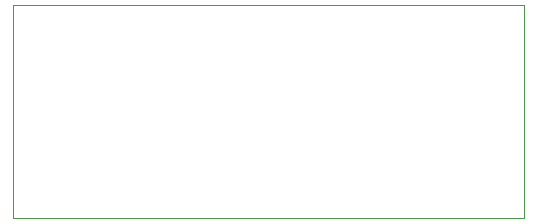
<source format=gm1>
%TF.GenerationSoftware,KiCad,Pcbnew,(5.99.0-8408-g2f86419c55)*%
%TF.CreationDate,2021-01-19T22:19:37+01:00*%
%TF.ProjectId,ax5243-test-board,61783532-3433-42d7-9465-73742d626f61,rev?*%
%TF.SameCoordinates,PX8954400PY4e33880*%
%TF.FileFunction,Profile,NP*%
%FSLAX46Y46*%
G04 Gerber Fmt 4.6, Leading zero omitted, Abs format (unit mm)*
G04 Created by KiCad (PCBNEW (5.99.0-8408-g2f86419c55)) date 2021-01-19 22:19:37*
%MOMM*%
%LPD*%
G01*
G04 APERTURE LIST*
%TA.AperFunction,Profile*%
%ADD10C,0.100000*%
%TD*%
G04 APERTURE END LIST*
D10*
X21600000Y9000000D02*
X21600000Y-9000000D01*
X-21600000Y9000000D02*
X21600000Y9000000D01*
X-21600000Y-9000000D02*
X-21600000Y9000000D01*
X21600000Y-9000000D02*
X-21600000Y-9000000D01*
M02*

</source>
